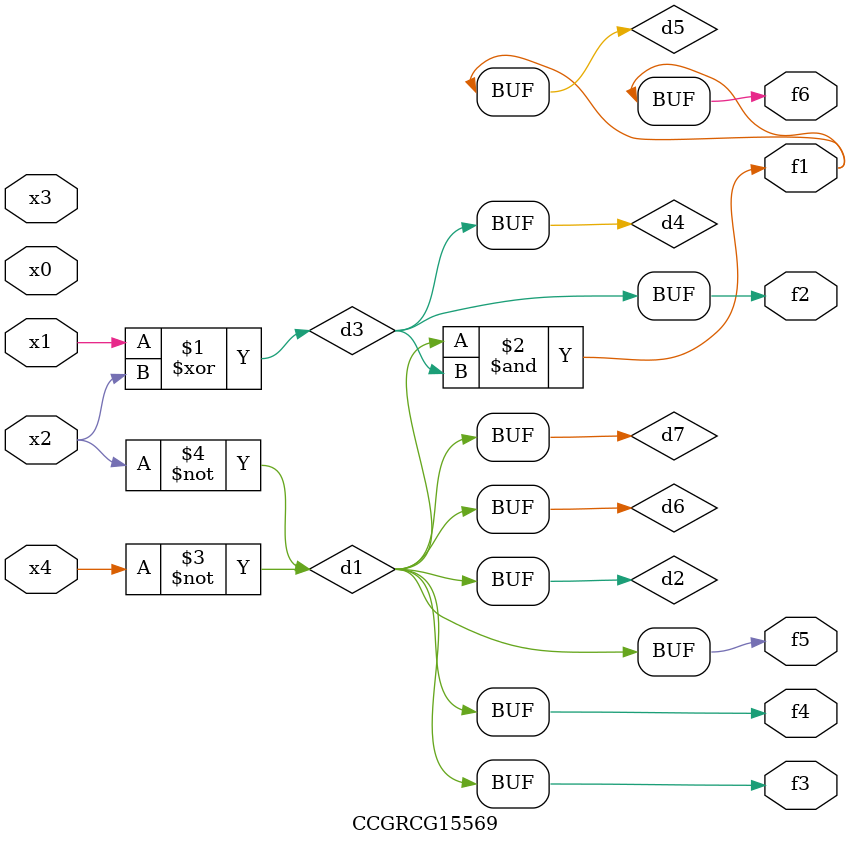
<source format=v>
module CCGRCG15569(
	input x0, x1, x2, x3, x4,
	output f1, f2, f3, f4, f5, f6
);

	wire d1, d2, d3, d4, d5, d6, d7;

	not (d1, x4);
	not (d2, x2);
	xor (d3, x1, x2);
	buf (d4, d3);
	and (d5, d1, d3);
	buf (d6, d1, d2);
	buf (d7, d2);
	assign f1 = d5;
	assign f2 = d4;
	assign f3 = d7;
	assign f4 = d7;
	assign f5 = d7;
	assign f6 = d5;
endmodule

</source>
